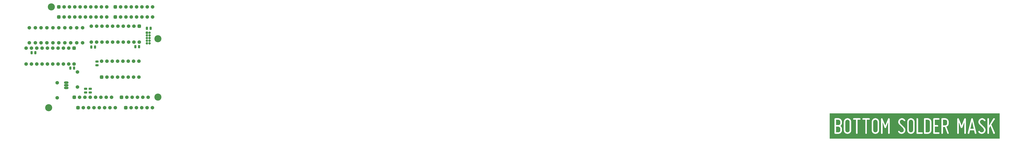
<source format=gbs>
G04*
G04 #@! TF.GenerationSoftware,Altium Limited,Altium Designer,20.0.7 (75)*
G04*
G04 Layer_Color=16711935*
%FSLAX25Y25*%
%MOIN*%
G70*
G01*
G75*
%ADD16O,0.08674X0.04737*%
%ADD17O,0.08674X0.04737*%
%ADD18C,0.06706*%
G04:AMPARAMS|DCode=19|XSize=67.06mil|YSize=67.06mil|CornerRadius=18.76mil|HoleSize=0mil|Usage=FLASHONLY|Rotation=0.000|XOffset=0mil|YOffset=0mil|HoleType=Round|Shape=RoundedRectangle|*
%AMROUNDEDRECTD19*
21,1,0.06706,0.02953,0,0,0.0*
21,1,0.02953,0.06706,0,0,0.0*
1,1,0.03753,0.01476,-0.01476*
1,1,0.03753,-0.01476,-0.01476*
1,1,0.03753,-0.01476,0.01476*
1,1,0.03753,0.01476,0.01476*
%
%ADD19ROUNDEDRECTD19*%
%ADD20C,0.04540*%
G04:AMPARAMS|DCode=21|XSize=45.4mil|YSize=45.4mil|CornerRadius=13.35mil|HoleSize=0mil|Usage=FLASHONLY|Rotation=270.000|XOffset=0mil|YOffset=0mil|HoleType=Round|Shape=RoundedRectangle|*
%AMROUNDEDRECTD21*
21,1,0.04540,0.01870,0,0,270.0*
21,1,0.01870,0.04540,0,0,270.0*
1,1,0.02670,-0.00935,-0.00935*
1,1,0.02670,-0.00935,0.00935*
1,1,0.02670,0.00935,0.00935*
1,1,0.02670,0.00935,-0.00935*
%
%ADD21ROUNDEDRECTD21*%
G04:AMPARAMS|DCode=22|XSize=67.06mil|YSize=67.06mil|CornerRadius=18.76mil|HoleSize=0mil|Usage=FLASHONLY|Rotation=90.000|XOffset=0mil|YOffset=0mil|HoleType=Round|Shape=RoundedRectangle|*
%AMROUNDEDRECTD22*
21,1,0.06706,0.02953,0,0,90.0*
21,1,0.02953,0.06706,0,0,90.0*
1,1,0.03753,0.01476,0.01476*
1,1,0.03753,0.01476,-0.01476*
1,1,0.03753,-0.01476,-0.01476*
1,1,0.03753,-0.01476,0.01476*
%
%ADD22ROUNDEDRECTD22*%
%ADD23C,0.13300*%
G04:AMPARAMS|DCode=40|XSize=38mil|YSize=58mil|CornerRadius=8.5mil|HoleSize=0mil|Usage=FLASHONLY|Rotation=0.000|XOffset=0mil|YOffset=0mil|HoleType=Round|Shape=RoundedRectangle|*
%AMROUNDEDRECTD40*
21,1,0.03800,0.04100,0,0,0.0*
21,1,0.02100,0.05800,0,0,0.0*
1,1,0.01700,0.01050,-0.02050*
1,1,0.01700,-0.01050,-0.02050*
1,1,0.01700,-0.01050,0.02050*
1,1,0.01700,0.01050,0.02050*
%
%ADD40ROUNDEDRECTD40*%
G04:AMPARAMS|DCode=41|XSize=38mil|YSize=58mil|CornerRadius=8.5mil|HoleSize=0mil|Usage=FLASHONLY|Rotation=270.000|XOffset=0mil|YOffset=0mil|HoleType=Round|Shape=RoundedRectangle|*
%AMROUNDEDRECTD41*
21,1,0.03800,0.04100,0,0,270.0*
21,1,0.02100,0.05800,0,0,270.0*
1,1,0.01700,-0.02050,-0.01050*
1,1,0.01700,-0.02050,0.01050*
1,1,0.01700,0.02050,0.01050*
1,1,0.01700,0.02050,-0.01050*
%
%ADD41ROUNDEDRECTD41*%
G36*
X2074150Y137100D02*
X1755300D01*
Y184675D01*
X2074150D01*
Y137100D01*
D02*
G37*
%LPC*%
G36*
X2041525Y175675D02*
X2041250D01*
X2040700Y175650D01*
X2040450Y175625D01*
X2040225Y175600D01*
X2040025Y175550D01*
X2039875Y175525D01*
X2039775Y175500D01*
X2039750D01*
X2039200Y175350D01*
X2038700Y175150D01*
X2038250Y174950D01*
X2037850Y174725D01*
X2037525Y174525D01*
X2037275Y174375D01*
X2037200Y174325D01*
X2037125Y174275D01*
X2037100Y174225D01*
X2037075D01*
X2036650Y173875D01*
X2036275Y173500D01*
X2035950Y173125D01*
X2035675Y172775D01*
X2035450Y172450D01*
X2035275Y172225D01*
X2035225Y172125D01*
X2035175Y172050D01*
X2035150Y172025D01*
Y172000D01*
X2034900Y171500D01*
X2034700Y171000D01*
X2034550Y170525D01*
X2034450Y170100D01*
X2034400Y169725D01*
X2034375Y169575D01*
X2034350Y169425D01*
Y169325D01*
X2034325Y169250D01*
Y169200D01*
Y169175D01*
X2034300Y168625D01*
X2034325Y168075D01*
X2034400Y167575D01*
X2034475Y167100D01*
X2034575Y166725D01*
X2034625Y166550D01*
X2034675Y166425D01*
X2034700Y166300D01*
X2034725Y166225D01*
X2034750Y166175D01*
Y166150D01*
X2034950Y165675D01*
X2035225Y165225D01*
X2035525Y164800D01*
X2035825Y164425D01*
X2036100Y164125D01*
X2036325Y163875D01*
X2036425Y163800D01*
X2036500Y163725D01*
X2036525Y163700D01*
X2036550Y163675D01*
X2043575Y156325D01*
X2043800Y156050D01*
X2044000Y155775D01*
X2044150Y155525D01*
X2044300Y155275D01*
X2044400Y155075D01*
X2044475Y154900D01*
X2044525Y154800D01*
X2044550Y154750D01*
X2044650Y154425D01*
X2044725Y154125D01*
X2044775Y153825D01*
X2044800Y153550D01*
Y153325D01*
Y153150D01*
X2044775Y153050D01*
Y153000D01*
X2044725Y152650D01*
X2044650Y152300D01*
X2044450Y151700D01*
X2044175Y151150D01*
X2043875Y150700D01*
X2043600Y150350D01*
X2043450Y150200D01*
X2043350Y150100D01*
X2043250Y150000D01*
X2043175Y149925D01*
X2043125Y149900D01*
X2043100Y149875D01*
X2042650Y149600D01*
X2042200Y149375D01*
X2041775Y149225D01*
X2041400Y149125D01*
X2041075Y149075D01*
X2040800Y149050D01*
X2040700Y149025D01*
X2040575D01*
X2040275Y149050D01*
X2039975Y149075D01*
X2039850Y149100D01*
X2039750D01*
X2039675Y149125D01*
X2039650D01*
X2039325Y149200D01*
X2039025Y149300D01*
X2038750Y149425D01*
X2038500Y149525D01*
X2038300Y149650D01*
X2038125Y149750D01*
X2038025Y149800D01*
X2038000Y149825D01*
X2037750Y150025D01*
X2037550Y150225D01*
X2037375Y150425D01*
X2037200Y150625D01*
X2037100Y150775D01*
X2037000Y150900D01*
X2036950Y151000D01*
X2036925Y151025D01*
X2036750Y151275D01*
X2036600Y151450D01*
X2036475Y151550D01*
X2036450Y151575D01*
X2036425D01*
X2036300Y151650D01*
X2036175Y151700D01*
X2035875Y151825D01*
X2035750Y151850D01*
X2035625Y151875D01*
X2035550Y151900D01*
X2035525D01*
X2035250Y151850D01*
X2035025Y151775D01*
X2034850Y151700D01*
X2034825Y151650D01*
X2034800D01*
X2034650Y151550D01*
X2034500Y151425D01*
X2034400Y151300D01*
X2034325Y151175D01*
X2034275Y151075D01*
X2034225Y151000D01*
X2034200Y150950D01*
Y150925D01*
X2034150Y150675D01*
X2034125Y150425D01*
X2034150Y150225D01*
Y150075D01*
X2034200Y149925D01*
X2034225Y149825D01*
X2034250Y149775D01*
Y149750D01*
X2034575Y149250D01*
X2034900Y148800D01*
X2035250Y148425D01*
X2035550Y148100D01*
X2035825Y147825D01*
X2036050Y147625D01*
X2036200Y147525D01*
X2036225Y147475D01*
X2036250D01*
X2036750Y147175D01*
X2037250Y146900D01*
X2037700Y146700D01*
X2038125Y146525D01*
X2038475Y146400D01*
X2038750Y146325D01*
X2038850Y146275D01*
X2038925D01*
X2038975Y146250D01*
X2039000D01*
X2039575Y146175D01*
X2039825Y146125D01*
X2040050D01*
X2040225Y146100D01*
X2040500D01*
X2041075Y146125D01*
X2041350Y146150D01*
X2041575Y146175D01*
X2041775Y146200D01*
X2041925Y146225D01*
X2042025Y146250D01*
X2042050D01*
X2042650Y146425D01*
X2043175Y146625D01*
X2043650Y146850D01*
X2044075Y147075D01*
X2044400Y147250D01*
X2044675Y147425D01*
X2044750Y147500D01*
X2044825Y147525D01*
X2044850Y147575D01*
X2044875D01*
X2045300Y147950D01*
X2045700Y148325D01*
X2046050Y148700D01*
X2046325Y149050D01*
X2046550Y149375D01*
X2046725Y149625D01*
X2046775Y149725D01*
X2046825Y149800D01*
X2046850Y149825D01*
Y149850D01*
X2047100Y150350D01*
X2047300Y150875D01*
X2047450Y151350D01*
X2047575Y151775D01*
X2047650Y152150D01*
X2047675Y152300D01*
X2047700Y152450D01*
Y152550D01*
X2047725Y152625D01*
Y153300D01*
X2047700Y153875D01*
X2047625Y154375D01*
X2047550Y154825D01*
X2047450Y155225D01*
X2047425Y155375D01*
X2047375Y155500D01*
X2047350Y155600D01*
X2047325Y155675D01*
X2047300Y155725D01*
Y155750D01*
X2047075Y156275D01*
X2046825Y156750D01*
X2046575Y157175D01*
X2046300Y157550D01*
X2046075Y157850D01*
X2045875Y158075D01*
X2045750Y158225D01*
X2045725Y158275D01*
X2045700D01*
X2038400Y165850D01*
X2038175Y166100D01*
X2038000Y166375D01*
X2037825Y166650D01*
X2037700Y166925D01*
X2037500Y167425D01*
X2037350Y167925D01*
X2037275Y168325D01*
Y168500D01*
X2037250Y168650D01*
Y168775D01*
Y168875D01*
Y168925D01*
Y168950D01*
X2037300Y169300D01*
X2037350Y169625D01*
X2037550Y170200D01*
X2037825Y170700D01*
X2038100Y171125D01*
X2038375Y171450D01*
X2038600Y171675D01*
X2038700Y171775D01*
X2038775Y171825D01*
X2038800Y171875D01*
X2038825D01*
X2039250Y172150D01*
X2039675Y172350D01*
X2040075Y172500D01*
X2040425Y172600D01*
X2040750Y172650D01*
X2041000Y172700D01*
X2041500D01*
X2041800Y172675D01*
X2041925Y172650D01*
X2042025D01*
X2042100Y172625D01*
X2042125D01*
X2042450Y172550D01*
X2042725Y172450D01*
X2043275Y172175D01*
X2043725Y171875D01*
X2044075Y171550D01*
X2044375Y171250D01*
X2044575Y171000D01*
X2044650Y170925D01*
X2044700Y170850D01*
X2044750Y170800D01*
Y170775D01*
X2044875Y170575D01*
X2045025Y170400D01*
X2045175Y170250D01*
X2045325Y170150D01*
X2045475Y170075D01*
X2045575Y170025D01*
X2045650Y169975D01*
X2045675D01*
X2045825Y169950D01*
X2046075D01*
X2046325Y169975D01*
X2046525Y170025D01*
X2046650Y170050D01*
X2046700Y170075D01*
X2046925Y170225D01*
X2047100Y170400D01*
X2047225Y170550D01*
X2047325Y170725D01*
X2047400Y170850D01*
X2047450Y170950D01*
X2047475Y171025D01*
Y171050D01*
X2047500Y171275D01*
X2047525Y171475D01*
X2047500Y171650D01*
X2047475Y171800D01*
X2047450Y171900D01*
X2047400Y172000D01*
X2047375Y172050D01*
Y172075D01*
X2047050Y172550D01*
X2046750Y172975D01*
X2046425Y173300D01*
X2046150Y173575D01*
X2045900Y173750D01*
X2045725Y173900D01*
X2045600Y173975D01*
X2045550Y174000D01*
X2045025Y174400D01*
X2044525Y174725D01*
X2044050Y174975D01*
X2043625Y175175D01*
X2043275Y175325D01*
X2043000Y175400D01*
X2042900Y175450D01*
X2042825D01*
X2042775Y175475D01*
X2042750D01*
X2042175Y175600D01*
X2041925Y175625D01*
X2041700Y175650D01*
X2041525Y175675D01*
D02*
G37*
G36*
X1891050D02*
X1890775D01*
X1890225Y175650D01*
X1889975Y175625D01*
X1889750Y175600D01*
X1889550Y175550D01*
X1889400Y175525D01*
X1889300Y175500D01*
X1889275D01*
X1888725Y175350D01*
X1888225Y175150D01*
X1887775Y174950D01*
X1887375Y174725D01*
X1887050Y174525D01*
X1886800Y174375D01*
X1886725Y174325D01*
X1886650Y174275D01*
X1886625Y174225D01*
X1886600D01*
X1886175Y173875D01*
X1885800Y173500D01*
X1885475Y173125D01*
X1885200Y172775D01*
X1884975Y172450D01*
X1884800Y172225D01*
X1884750Y172125D01*
X1884700Y172050D01*
X1884675Y172025D01*
Y172000D01*
X1884425Y171500D01*
X1884225Y171000D01*
X1884075Y170525D01*
X1883975Y170100D01*
X1883925Y169725D01*
X1883900Y169575D01*
X1883875Y169425D01*
Y169325D01*
X1883850Y169250D01*
Y169200D01*
Y169175D01*
X1883825Y168625D01*
X1883850Y168075D01*
X1883925Y167575D01*
X1884000Y167100D01*
X1884100Y166725D01*
X1884150Y166550D01*
X1884200Y166425D01*
X1884225Y166300D01*
X1884250Y166225D01*
X1884275Y166175D01*
Y166150D01*
X1884475Y165675D01*
X1884750Y165225D01*
X1885050Y164800D01*
X1885350Y164425D01*
X1885625Y164125D01*
X1885850Y163875D01*
X1885950Y163800D01*
X1886025Y163725D01*
X1886050Y163700D01*
X1886075Y163675D01*
X1893100Y156325D01*
X1893325Y156050D01*
X1893525Y155775D01*
X1893675Y155525D01*
X1893825Y155275D01*
X1893925Y155075D01*
X1894000Y154900D01*
X1894050Y154800D01*
X1894075Y154750D01*
X1894175Y154425D01*
X1894250Y154125D01*
X1894300Y153825D01*
X1894325Y153550D01*
Y153325D01*
Y153150D01*
X1894300Y153050D01*
Y153000D01*
X1894250Y152650D01*
X1894175Y152300D01*
X1893975Y151700D01*
X1893700Y151150D01*
X1893400Y150700D01*
X1893125Y150350D01*
X1892975Y150200D01*
X1892875Y150100D01*
X1892775Y150000D01*
X1892700Y149925D01*
X1892650Y149900D01*
X1892625Y149875D01*
X1892175Y149600D01*
X1891725Y149375D01*
X1891300Y149225D01*
X1890925Y149125D01*
X1890600Y149075D01*
X1890325Y149050D01*
X1890225Y149025D01*
X1890100D01*
X1889800Y149050D01*
X1889500Y149075D01*
X1889375Y149100D01*
X1889275D01*
X1889200Y149125D01*
X1889175D01*
X1888850Y149200D01*
X1888550Y149300D01*
X1888275Y149425D01*
X1888025Y149525D01*
X1887825Y149650D01*
X1887650Y149750D01*
X1887550Y149800D01*
X1887525Y149825D01*
X1887275Y150025D01*
X1887075Y150225D01*
X1886900Y150425D01*
X1886725Y150625D01*
X1886625Y150775D01*
X1886525Y150900D01*
X1886475Y151000D01*
X1886450Y151025D01*
X1886275Y151275D01*
X1886125Y151450D01*
X1886000Y151550D01*
X1885975Y151575D01*
X1885950D01*
X1885825Y151650D01*
X1885700Y151700D01*
X1885400Y151825D01*
X1885275Y151850D01*
X1885150Y151875D01*
X1885075Y151900D01*
X1885050D01*
X1884775Y151850D01*
X1884550Y151775D01*
X1884375Y151700D01*
X1884350Y151650D01*
X1884325D01*
X1884175Y151550D01*
X1884025Y151425D01*
X1883925Y151300D01*
X1883850Y151175D01*
X1883800Y151075D01*
X1883750Y151000D01*
X1883725Y150950D01*
Y150925D01*
X1883675Y150675D01*
X1883650Y150425D01*
X1883675Y150225D01*
Y150075D01*
X1883725Y149925D01*
X1883750Y149825D01*
X1883775Y149775D01*
Y149750D01*
X1884100Y149250D01*
X1884425Y148800D01*
X1884775Y148425D01*
X1885075Y148100D01*
X1885350Y147825D01*
X1885575Y147625D01*
X1885725Y147525D01*
X1885750Y147475D01*
X1885775D01*
X1886275Y147175D01*
X1886775Y146900D01*
X1887225Y146700D01*
X1887650Y146525D01*
X1888000Y146400D01*
X1888275Y146325D01*
X1888375Y146275D01*
X1888450D01*
X1888500Y146250D01*
X1888525D01*
X1889100Y146175D01*
X1889350Y146125D01*
X1889575D01*
X1889750Y146100D01*
X1890025D01*
X1890600Y146125D01*
X1890875Y146150D01*
X1891100Y146175D01*
X1891300Y146200D01*
X1891450Y146225D01*
X1891550Y146250D01*
X1891575D01*
X1892175Y146425D01*
X1892700Y146625D01*
X1893175Y146850D01*
X1893600Y147075D01*
X1893925Y147250D01*
X1894200Y147425D01*
X1894275Y147500D01*
X1894350Y147525D01*
X1894375Y147575D01*
X1894400D01*
X1894825Y147950D01*
X1895225Y148325D01*
X1895575Y148700D01*
X1895850Y149050D01*
X1896075Y149375D01*
X1896250Y149625D01*
X1896300Y149725D01*
X1896350Y149800D01*
X1896375Y149825D01*
Y149850D01*
X1896625Y150350D01*
X1896825Y150875D01*
X1896975Y151350D01*
X1897100Y151775D01*
X1897175Y152150D01*
X1897200Y152300D01*
X1897225Y152450D01*
Y152550D01*
X1897250Y152625D01*
Y153300D01*
X1897225Y153875D01*
X1897150Y154375D01*
X1897075Y154825D01*
X1896975Y155225D01*
X1896950Y155375D01*
X1896900Y155500D01*
X1896875Y155600D01*
X1896850Y155675D01*
X1896825Y155725D01*
Y155750D01*
X1896600Y156275D01*
X1896350Y156750D01*
X1896100Y157175D01*
X1895825Y157550D01*
X1895600Y157850D01*
X1895400Y158075D01*
X1895275Y158225D01*
X1895250Y158275D01*
X1895225D01*
X1887925Y165850D01*
X1887700Y166100D01*
X1887525Y166375D01*
X1887350Y166650D01*
X1887225Y166925D01*
X1887025Y167425D01*
X1886875Y167925D01*
X1886800Y168325D01*
Y168500D01*
X1886775Y168650D01*
Y168775D01*
Y168875D01*
Y168925D01*
Y168950D01*
X1886825Y169300D01*
X1886875Y169625D01*
X1887075Y170200D01*
X1887350Y170700D01*
X1887625Y171125D01*
X1887900Y171450D01*
X1888125Y171675D01*
X1888225Y171775D01*
X1888300Y171825D01*
X1888325Y171875D01*
X1888350D01*
X1888775Y172150D01*
X1889200Y172350D01*
X1889600Y172500D01*
X1889950Y172600D01*
X1890275Y172650D01*
X1890525Y172700D01*
X1891025D01*
X1891325Y172675D01*
X1891450Y172650D01*
X1891550D01*
X1891625Y172625D01*
X1891650D01*
X1891975Y172550D01*
X1892250Y172450D01*
X1892800Y172175D01*
X1893250Y171875D01*
X1893600Y171550D01*
X1893900Y171250D01*
X1894100Y171000D01*
X1894175Y170925D01*
X1894225Y170850D01*
X1894275Y170800D01*
Y170775D01*
X1894400Y170575D01*
X1894550Y170400D01*
X1894700Y170250D01*
X1894850Y170150D01*
X1895000Y170075D01*
X1895100Y170025D01*
X1895175Y169975D01*
X1895200D01*
X1895350Y169950D01*
X1895600D01*
X1895850Y169975D01*
X1896050Y170025D01*
X1896175Y170050D01*
X1896225Y170075D01*
X1896450Y170225D01*
X1896625Y170400D01*
X1896750Y170550D01*
X1896850Y170725D01*
X1896925Y170850D01*
X1896975Y170950D01*
X1897000Y171025D01*
Y171050D01*
X1897025Y171275D01*
X1897050Y171475D01*
X1897025Y171650D01*
X1897000Y171800D01*
X1896975Y171900D01*
X1896925Y172000D01*
X1896900Y172050D01*
Y172075D01*
X1896575Y172550D01*
X1896275Y172975D01*
X1895950Y173300D01*
X1895675Y173575D01*
X1895425Y173750D01*
X1895250Y173900D01*
X1895125Y173975D01*
X1895075Y174000D01*
X1894550Y174400D01*
X1894050Y174725D01*
X1893575Y174975D01*
X1893150Y175175D01*
X1892800Y175325D01*
X1892525Y175400D01*
X1892425Y175450D01*
X1892350D01*
X1892300Y175475D01*
X1892275D01*
X1891700Y175600D01*
X1891450Y175625D01*
X1891225Y175650D01*
X1891050Y175675D01*
D02*
G37*
G36*
X2009550Y175600D02*
X2009375D01*
X2009150Y175575D01*
X2008975Y175550D01*
X2008875Y175525D01*
X2008850Y175500D01*
X2008500D01*
Y175300D01*
X2008475Y175275D01*
X2008400Y175225D01*
X2008350Y175175D01*
X2008325Y175150D01*
X2008175Y175000D01*
X2008075Y174850D01*
X2008000Y174725D01*
X2007975Y174700D01*
Y174675D01*
X2002700Y161575D01*
X1997375Y174775D01*
X1997200Y175050D01*
X1996975Y175250D01*
X1996750Y175400D01*
X1996525Y175500D01*
X1996325Y175550D01*
X1996175Y175600D01*
X1996025D01*
X1995825Y175575D01*
X1995675Y175550D01*
X1995575Y175525D01*
X1995550Y175500D01*
X1995500D01*
X1995200Y175325D01*
X1994975Y175125D01*
X1994825Y174900D01*
X1994700Y174675D01*
X1994650Y174475D01*
X1994600Y174325D01*
X1994575Y174225D01*
Y147550D01*
X1994600Y147325D01*
X1994650Y147150D01*
X1994700Y146975D01*
X1994800Y146825D01*
X1994875Y146700D01*
X1994925Y146600D01*
X1994975Y146550D01*
X1995000Y146525D01*
X1995175Y146375D01*
X1995350Y146275D01*
X1995500Y146200D01*
X1995675Y146150D01*
X1995825Y146125D01*
X1995925Y146100D01*
X1996025D01*
X1996250Y146125D01*
X1996450Y146175D01*
X1996625Y146225D01*
X1996775Y146325D01*
X1996900Y146400D01*
X1997000Y146450D01*
X1997050Y146500D01*
X1997075Y146525D01*
X1997225Y146700D01*
X1997325Y146875D01*
X1997425Y147025D01*
X1997475Y147200D01*
X1997500Y147350D01*
X1997525Y147450D01*
Y147525D01*
Y147550D01*
Y168575D01*
X2001350Y157850D01*
X2001450Y157675D01*
X2001575Y157525D01*
X2001825Y157300D01*
X2001950Y157225D01*
X2002050Y157175D01*
X2002100Y157125D01*
X2002125D01*
X2002325Y157050D01*
X2002500Y157025D01*
X2002650Y157000D01*
X2002700D01*
X2003025Y157025D01*
X2003300Y157125D01*
X2003525Y157250D01*
X2003700Y157400D01*
X2003850Y157550D01*
X2003950Y157675D01*
X2004000Y157775D01*
X2004025Y157800D01*
X2007875Y168550D01*
Y147550D01*
X2007900Y147325D01*
X2007950Y147150D01*
X2008000Y146975D01*
X2008100Y146825D01*
X2008175Y146700D01*
X2008225Y146600D01*
X2008275Y146550D01*
X2008300Y146525D01*
X2008475Y146375D01*
X2008650Y146275D01*
X2008825Y146200D01*
X2009000Y146150D01*
X2009150Y146125D01*
X2009275Y146100D01*
X2009375D01*
X2009575Y146125D01*
X2009775Y146175D01*
X2009950Y146225D01*
X2010100Y146325D01*
X2010200Y146400D01*
X2010300Y146450D01*
X2010350Y146500D01*
X2010375Y146525D01*
X2010525Y146700D01*
X2010625Y146875D01*
X2010725Y147025D01*
X2010775Y147200D01*
X2010800Y147350D01*
X2010825Y147450D01*
Y174125D01*
X2010775Y174450D01*
X2010675Y174725D01*
X2010525Y174975D01*
X2010350Y175150D01*
X2010175Y175300D01*
X2010025Y175425D01*
X2009925Y175475D01*
X2009875Y175500D01*
X2009825D01*
X2009700Y175550D01*
X2009550Y175600D01*
D02*
G37*
G36*
X1866450D02*
X1866275D01*
X1866050Y175575D01*
X1865875Y175550D01*
X1865775Y175525D01*
X1865750Y175500D01*
X1865400D01*
Y175300D01*
X1865375Y175275D01*
X1865300Y175225D01*
X1865250Y175175D01*
X1865225Y175150D01*
X1865075Y175000D01*
X1864975Y174850D01*
X1864900Y174725D01*
X1864875Y174700D01*
Y174675D01*
X1859600Y161575D01*
X1854275Y174775D01*
X1854100Y175050D01*
X1853875Y175250D01*
X1853650Y175400D01*
X1853425Y175500D01*
X1853225Y175550D01*
X1853075Y175600D01*
X1852925D01*
X1852725Y175575D01*
X1852575Y175550D01*
X1852475Y175525D01*
X1852450Y175500D01*
X1852400D01*
X1852100Y175325D01*
X1851875Y175125D01*
X1851725Y174900D01*
X1851600Y174675D01*
X1851550Y174475D01*
X1851500Y174325D01*
X1851475Y174225D01*
Y147550D01*
X1851500Y147325D01*
X1851550Y147150D01*
X1851600Y146975D01*
X1851700Y146825D01*
X1851775Y146700D01*
X1851825Y146600D01*
X1851875Y146550D01*
X1851900Y146525D01*
X1852075Y146375D01*
X1852250Y146275D01*
X1852400Y146200D01*
X1852575Y146150D01*
X1852725Y146125D01*
X1852825Y146100D01*
X1852925D01*
X1853150Y146125D01*
X1853350Y146175D01*
X1853525Y146225D01*
X1853675Y146325D01*
X1853800Y146400D01*
X1853900Y146450D01*
X1853950Y146500D01*
X1853975Y146525D01*
X1854125Y146700D01*
X1854225Y146875D01*
X1854325Y147025D01*
X1854375Y147200D01*
X1854400Y147350D01*
X1854425Y147450D01*
Y147525D01*
Y147550D01*
Y168575D01*
X1858250Y157850D01*
X1858350Y157675D01*
X1858475Y157525D01*
X1858725Y157300D01*
X1858850Y157225D01*
X1858950Y157175D01*
X1859000Y157125D01*
X1859025D01*
X1859225Y157050D01*
X1859400Y157025D01*
X1859550Y157000D01*
X1859600D01*
X1859925Y157025D01*
X1860200Y157125D01*
X1860425Y157250D01*
X1860600Y157400D01*
X1860750Y157550D01*
X1860850Y157675D01*
X1860900Y157775D01*
X1860925Y157800D01*
X1864775Y168550D01*
Y147550D01*
X1864800Y147325D01*
X1864850Y147150D01*
X1864900Y146975D01*
X1865000Y146825D01*
X1865075Y146700D01*
X1865125Y146600D01*
X1865175Y146550D01*
X1865200Y146525D01*
X1865375Y146375D01*
X1865550Y146275D01*
X1865725Y146200D01*
X1865900Y146150D01*
X1866050Y146125D01*
X1866175Y146100D01*
X1866275D01*
X1866475Y146125D01*
X1866675Y146175D01*
X1866850Y146225D01*
X1867000Y146325D01*
X1867100Y146400D01*
X1867200Y146450D01*
X1867250Y146500D01*
X1867275Y146525D01*
X1867425Y146700D01*
X1867525Y146875D01*
X1867625Y147025D01*
X1867675Y147200D01*
X1867700Y147350D01*
X1867725Y147450D01*
Y174125D01*
X1867675Y174450D01*
X1867575Y174725D01*
X1867425Y174975D01*
X1867250Y175150D01*
X1867075Y175300D01*
X1866925Y175425D01*
X1866825Y175475D01*
X1866775Y175500D01*
X1866725D01*
X1866600Y175550D01*
X1866450Y175600D01*
D02*
G37*
G36*
X2063825Y175625D02*
X2063400D01*
X2063350Y175600D01*
X2063325D01*
X2063225Y175575D01*
X2063150Y175550D01*
X2063075Y175525D01*
X2063050Y175500D01*
X2062925Y175450D01*
X2062825Y175400D01*
X2062775Y175375D01*
X2062750Y175350D01*
X2062700Y175300D01*
X2062625Y175250D01*
X2062575Y175200D01*
X2062550Y175175D01*
X2062400Y175000D01*
X2062375Y174925D01*
X2062350Y174900D01*
X2054175Y161350D01*
Y174150D01*
Y174250D01*
Y174350D01*
Y174425D01*
Y174450D01*
X2054125Y174550D01*
X2054075Y174650D01*
X2054050Y174700D01*
Y174725D01*
X2054000Y174850D01*
X2053975Y174900D01*
X2053925Y175000D01*
X2053850Y175100D01*
X2053800Y175150D01*
X2053775Y175175D01*
X2053700Y175250D01*
X2053625Y175300D01*
X2053600Y175350D01*
X2053575D01*
X2053375Y175475D01*
X2053300Y175500D01*
X2053275D01*
X2053175Y175550D01*
X2053075Y175600D01*
X2053000D01*
X2052900Y175625D01*
X2052500D01*
X2052450Y175600D01*
X2052425D01*
X2052300Y175575D01*
X2052175Y175550D01*
X2052100Y175525D01*
X2052075Y175500D01*
X2051975Y175450D01*
X2051900Y175400D01*
X2051875Y175375D01*
X2051850Y175350D01*
X2051725Y175300D01*
X2051650Y175225D01*
X2051600Y175150D01*
X2051575Y175125D01*
X2051550Y175100D01*
X2051500Y175025D01*
X2051450Y174975D01*
X2051425Y174950D01*
X2051325Y174800D01*
X2051300Y174750D01*
Y174725D01*
X2051250Y174575D01*
X2051225Y174500D01*
Y174450D01*
Y174425D01*
X2051200Y174250D01*
Y147475D01*
X2051225Y147375D01*
Y147325D01*
Y147300D01*
X2051250Y147175D01*
X2051275Y147075D01*
X2051300Y147000D01*
Y146975D01*
X2051350Y146875D01*
X2051400Y146825D01*
X2051450Y146775D01*
X2051500Y146650D01*
X2051550Y146575D01*
X2051600Y146525D01*
X2051625D01*
X2051675Y146475D01*
X2051775Y146400D01*
X2051850Y146325D01*
X2051900Y146300D01*
X2052025Y146225D01*
X2052075Y146200D01*
X2052200Y146150D01*
X2052300Y146125D01*
X2052400D01*
X2052575Y146100D01*
X2052825D01*
X2052925Y146125D01*
X2053000D01*
X2053100Y146150D01*
X2053175Y146175D01*
X2053250Y146200D01*
X2053275D01*
X2053450Y146275D01*
X2053525Y146325D01*
X2053550D01*
X2053700Y146475D01*
X2053750Y146500D01*
X2053775Y146525D01*
X2053850Y146625D01*
X2053925Y146725D01*
X2053950Y146800D01*
X2053975Y146825D01*
X2054025Y146925D01*
X2054050Y146975D01*
X2054100Y147075D01*
X2054125Y147200D01*
X2054175Y147275D01*
Y147325D01*
Y147500D01*
Y147550D01*
Y147575D01*
Y156850D01*
X2056700Y161200D01*
X2062250Y147000D01*
X2062450Y146700D01*
X2062675Y146475D01*
X2062900Y146325D01*
X2063125Y146225D01*
X2063325Y146150D01*
X2063500Y146125D01*
X2063600Y146100D01*
X2063650D01*
X2063875Y146125D01*
X2064050Y146150D01*
X2064150Y146175D01*
X2064200Y146200D01*
X2064400Y146300D01*
X2064575Y146425D01*
X2064725Y146550D01*
X2064850Y146700D01*
X2064925Y146825D01*
X2064975Y146925D01*
X2065025Y147000D01*
Y147025D01*
X2065075Y147225D01*
X2065100Y147425D01*
X2065125Y147625D01*
X2065100Y147800D01*
X2065075Y147950D01*
X2065050Y148050D01*
X2065025Y148125D01*
Y148150D01*
X2058675Y163800D01*
X2064925Y173350D01*
X2064975Y173500D01*
X2065000Y173525D01*
Y173550D01*
X2065050Y173650D01*
X2065100Y173775D01*
X2065125Y173850D01*
X2065150Y173900D01*
Y174300D01*
X2065125Y174375D01*
X2065100Y174425D01*
Y174450D01*
X2065075Y174550D01*
X2065050Y174650D01*
X2065025Y174725D01*
X2065000Y174750D01*
X2064950Y174875D01*
X2064925Y174925D01*
X2064900Y174950D01*
X2064825Y175050D01*
X2064750Y175125D01*
X2064700Y175150D01*
X2064675Y175175D01*
X2064550Y175325D01*
X2064500Y175350D01*
X2064475Y175375D01*
X2064375Y175450D01*
X2064275Y175475D01*
X2064225Y175500D01*
X2064200D01*
X2064075Y175550D01*
X2063975Y175600D01*
X2063900D01*
X2063825Y175625D01*
D02*
G37*
G36*
X2022725Y175600D02*
X2022100D01*
X2021775Y175475D01*
X2021525Y175325D01*
X2021325Y175125D01*
X2021175Y174925D01*
X2021075Y174750D01*
X2021000Y174600D01*
X2020950Y174500D01*
Y174450D01*
X2014325Y147850D01*
X2014300Y147650D01*
Y147450D01*
X2014325Y147275D01*
X2014375Y147125D01*
X2014400Y147000D01*
X2014450Y146900D01*
X2014500Y146825D01*
Y146800D01*
X2014625Y146625D01*
X2014775Y146475D01*
X2014925Y146375D01*
X2015075Y146275D01*
X2015200Y146200D01*
X2015325Y146150D01*
X2015400Y146125D01*
X2015425D01*
X2015525Y146100D01*
X2015725D01*
X2016100Y146150D01*
X2016400Y146275D01*
X2016650Y146425D01*
X2016825Y146625D01*
X2016975Y146825D01*
X2017075Y146975D01*
X2017125Y147100D01*
X2017150Y147150D01*
X2018575Y152750D01*
X2026225D01*
X2027625Y147200D01*
X2027675Y147025D01*
X2027750Y146875D01*
X2027925Y146625D01*
X2028025Y146525D01*
X2028075Y146450D01*
X2028125Y146425D01*
X2028150Y146400D01*
X2028300Y146300D01*
X2028475Y146225D01*
X2028775Y146150D01*
X2028900Y146125D01*
X2029000Y146100D01*
X2029225D01*
X2029350Y146125D01*
X2029425Y146150D01*
X2029450D01*
X2029650Y146225D01*
X2029825Y146325D01*
X2029950Y146425D01*
X2030075Y146525D01*
X2030175Y146625D01*
X2030250Y146725D01*
X2030275Y146775D01*
X2030300Y146800D01*
X2030400Y146975D01*
X2030475Y147150D01*
X2030500Y147325D01*
X2030525Y147450D01*
Y147650D01*
X2030500Y147700D01*
Y147725D01*
X2023850Y174450D01*
X2023725Y174750D01*
X2023550Y175000D01*
X2023375Y175200D01*
X2023175Y175375D01*
X2022975Y175475D01*
X2022825Y175550D01*
X2022725Y175600D01*
D02*
G37*
G36*
X1971850Y175625D02*
X1966200D01*
X1965975Y175600D01*
X1965775Y175550D01*
X1965575Y175475D01*
X1965425Y175400D01*
X1965300Y175325D01*
X1965225Y175250D01*
X1965175Y175200D01*
X1965150Y175175D01*
X1965025Y175000D01*
X1964925Y174850D01*
X1964850Y174675D01*
X1964800Y174525D01*
X1964775Y174400D01*
X1964750Y174300D01*
Y147575D01*
X1964775Y147350D01*
X1964825Y147150D01*
X1964875Y146975D01*
X1964975Y146825D01*
X1965050Y146700D01*
X1965100Y146600D01*
X1965150Y146550D01*
X1965175Y146525D01*
X1965350Y146375D01*
X1965525Y146275D01*
X1965675Y146200D01*
X1965850Y146150D01*
X1966000Y146125D01*
X1966100Y146100D01*
X1966200D01*
X1966425Y146125D01*
X1966625Y146175D01*
X1966800Y146225D01*
X1966950Y146325D01*
X1967075Y146400D01*
X1967175Y146450D01*
X1967225Y146500D01*
X1967250Y146525D01*
X1967400Y146700D01*
X1967500Y146875D01*
X1967600Y147050D01*
X1967650Y147200D01*
X1967675Y147350D01*
X1967700Y147475D01*
Y147550D01*
Y147575D01*
Y159150D01*
X1971450D01*
X1975850Y147075D01*
X1976050Y146750D01*
X1976250Y146500D01*
X1976475Y146350D01*
X1976700Y146225D01*
X1976900Y146150D01*
X1977075Y146125D01*
X1977175Y146100D01*
X1977225D01*
X1977450Y146125D01*
X1977600Y146150D01*
X1977725Y146175D01*
X1977750Y146200D01*
X1977950Y146275D01*
X1978125Y146400D01*
X1978250Y146500D01*
X1978375Y146625D01*
X1978450Y146750D01*
X1978500Y146825D01*
X1978550Y146900D01*
Y146925D01*
X1978625Y147125D01*
X1978650Y147325D01*
X1978675Y147525D01*
Y147675D01*
X1978650Y147825D01*
Y147925D01*
X1978625Y148000D01*
Y148025D01*
X1974297Y159666D01*
X1974875Y159925D01*
X1975500Y160325D01*
X1976050Y160750D01*
X1976525Y161150D01*
X1976875Y161525D01*
X1977025Y161700D01*
X1977150Y161850D01*
X1977250Y161950D01*
X1977325Y162050D01*
X1977350Y162100D01*
X1977375Y162125D01*
X1977600Y162450D01*
X1977775Y162800D01*
X1977950Y163150D01*
X1978075Y163475D01*
X1978300Y164125D01*
X1978450Y164725D01*
X1978500Y165000D01*
X1978525Y165250D01*
X1978575Y165450D01*
Y165650D01*
X1978600Y165800D01*
Y165900D01*
Y165975D01*
Y166000D01*
Y168800D01*
X1978575Y169325D01*
X1978525Y169800D01*
X1978425Y170275D01*
X1978275Y170725D01*
X1978125Y171150D01*
X1977950Y171550D01*
X1977775Y171925D01*
X1977600Y172250D01*
X1977400Y172550D01*
X1977225Y172825D01*
X1977050Y173050D01*
X1976900Y173250D01*
X1976775Y173400D01*
X1976675Y173500D01*
X1976600Y173575D01*
X1976575Y173600D01*
X1976200Y173950D01*
X1975800Y174275D01*
X1975375Y174550D01*
X1974975Y174775D01*
X1974575Y174975D01*
X1974150Y175125D01*
X1973775Y175275D01*
X1973400Y175375D01*
X1973050Y175450D01*
X1972725Y175525D01*
X1972450Y175575D01*
X1972200Y175600D01*
X1972000D01*
X1971850Y175625D01*
D02*
G37*
G36*
X1959900D02*
X1951100D01*
X1950875Y175600D01*
X1950675Y175575D01*
X1950475Y175500D01*
X1950325Y175425D01*
X1950200Y175350D01*
X1950125Y175300D01*
X1950075Y175250D01*
X1950050Y175225D01*
X1949925Y175075D01*
X1949825Y174900D01*
X1949750Y174725D01*
X1949700Y174575D01*
X1949675Y174425D01*
X1949650Y174300D01*
Y147550D01*
X1949675Y147325D01*
X1949725Y147125D01*
X1949775Y146925D01*
X1949850Y146775D01*
X1949925Y146650D01*
X1950000Y146575D01*
X1950025Y146525D01*
X1950050Y146500D01*
X1950200Y146375D01*
X1950375Y146275D01*
X1950550Y146200D01*
X1950725Y146150D01*
X1950875Y146125D01*
X1951000Y146100D01*
X1959775D01*
X1960025Y146125D01*
X1960225Y146175D01*
X1960425Y146225D01*
X1960575Y146300D01*
X1960700Y146375D01*
X1960800Y146450D01*
X1960850Y146475D01*
X1960875Y146500D01*
X1961000Y146650D01*
X1961100Y146825D01*
X1961175Y147000D01*
X1961225Y147175D01*
X1961250Y147325D01*
X1961275Y147450D01*
Y147550D01*
X1961250Y147775D01*
X1961225Y148000D01*
X1961150Y148175D01*
X1961075Y148325D01*
X1961000Y148450D01*
X1960950Y148525D01*
X1960900Y148575D01*
X1960875Y148600D01*
X1960700Y148750D01*
X1960525Y148850D01*
X1960350Y148925D01*
X1960175Y148975D01*
X1960000Y149000D01*
X1959900Y149025D01*
X1952600D01*
Y159650D01*
X1957450D01*
X1957700Y159675D01*
X1957900Y159725D01*
X1958100Y159775D01*
X1958250Y159850D01*
X1958375Y159925D01*
X1958450Y160000D01*
X1958500Y160025D01*
X1958525Y160050D01*
X1958650Y160225D01*
X1958750Y160400D01*
X1958825Y160575D01*
X1958875Y160750D01*
X1958900Y160925D01*
X1958925Y161050D01*
Y161125D01*
Y161150D01*
X1958900Y161375D01*
X1958875Y161550D01*
X1958800Y161725D01*
X1958725Y161875D01*
X1958650Y162000D01*
X1958600Y162075D01*
X1958550Y162125D01*
X1958525Y162150D01*
X1958375Y162300D01*
X1958200Y162400D01*
X1958000Y162475D01*
X1957850Y162525D01*
X1957675Y162550D01*
X1957575Y162575D01*
X1952600D01*
Y172700D01*
X1959775D01*
X1960025Y172725D01*
X1960225Y172775D01*
X1960425Y172825D01*
X1960575Y172900D01*
X1960700Y172975D01*
X1960800Y173050D01*
X1960850Y173075D01*
X1960875Y173100D01*
X1961000Y173275D01*
X1961100Y173450D01*
X1961175Y173625D01*
X1961225Y173800D01*
X1961250Y173975D01*
X1961275Y174100D01*
Y174200D01*
X1961250Y174425D01*
X1961225Y174625D01*
X1961150Y174800D01*
X1961075Y174950D01*
X1961000Y175050D01*
X1960950Y175150D01*
X1960900Y175200D01*
X1960875Y175225D01*
X1960700Y175350D01*
X1960525Y175450D01*
X1960350Y175525D01*
X1960175Y175575D01*
X1960000Y175600D01*
X1959900Y175625D01*
D02*
G37*
G36*
X1939400D02*
X1933650D01*
X1933425Y175600D01*
X1933225Y175575D01*
X1933025Y175500D01*
X1932875Y175425D01*
X1932750Y175350D01*
X1932675Y175300D01*
X1932625Y175250D01*
X1932600Y175225D01*
X1932475Y175075D01*
X1932375Y174900D01*
X1932300Y174700D01*
X1932250Y174550D01*
X1932225Y174375D01*
X1932200Y174275D01*
Y147550D01*
X1932225Y147325D01*
X1932275Y147125D01*
X1932325Y146925D01*
X1932400Y146775D01*
X1932475Y146650D01*
X1932550Y146575D01*
X1932575Y146525D01*
X1932600Y146500D01*
X1932750Y146375D01*
X1932925Y146275D01*
X1933100Y146200D01*
X1933275Y146150D01*
X1933425Y146125D01*
X1933550Y146100D01*
X1939175D01*
X1939675Y146125D01*
X1940150Y146175D01*
X1940575Y146275D01*
X1940950Y146375D01*
X1941250Y146450D01*
X1941475Y146550D01*
X1941625Y146600D01*
X1941675Y146625D01*
X1942200Y146850D01*
X1942675Y147100D01*
X1943100Y147350D01*
X1943450Y147600D01*
X1943750Y147825D01*
X1943950Y148000D01*
X1944075Y148100D01*
X1944125Y148150D01*
X1944450Y148500D01*
X1944750Y148900D01*
X1945000Y149250D01*
X1945225Y149600D01*
X1945400Y149925D01*
X1945525Y150150D01*
X1945575Y150250D01*
X1945600Y150325D01*
X1945625Y150350D01*
Y150375D01*
X1945800Y150850D01*
X1945925Y151325D01*
X1946025Y151775D01*
X1946075Y152200D01*
X1946125Y152550D01*
X1946150Y152825D01*
Y168675D01*
X1946125Y169175D01*
X1946075Y169650D01*
X1946000Y170075D01*
X1945900Y170450D01*
X1945800Y170725D01*
X1945725Y170950D01*
X1945675Y171100D01*
X1945650Y171150D01*
X1945425Y171675D01*
X1945150Y172175D01*
X1944900Y172575D01*
X1944675Y172925D01*
X1944450Y173200D01*
X1944275Y173400D01*
X1944175Y173525D01*
X1944125Y173575D01*
X1943750Y173925D01*
X1943325Y174225D01*
X1942925Y174475D01*
X1942550Y174700D01*
X1942200Y174875D01*
X1941950Y175025D01*
X1941850Y175075D01*
X1941775Y175100D01*
X1941725Y175125D01*
X1941700D01*
X1941275Y175300D01*
X1940825Y175425D01*
X1940400Y175500D01*
X1940025Y175575D01*
X1939675Y175600D01*
X1939400Y175625D01*
D02*
G37*
G36*
X1919725D02*
X1919625D01*
X1919400Y175600D01*
X1919200Y175575D01*
X1919000Y175500D01*
X1918850Y175425D01*
X1918725Y175350D01*
X1918650Y175300D01*
X1918600Y175250D01*
X1918575Y175225D01*
X1918450Y175075D01*
X1918350Y174900D01*
X1918275Y174725D01*
X1918225Y174575D01*
X1918200Y174425D01*
X1918175Y174300D01*
Y147550D01*
X1918200Y147325D01*
X1918250Y147125D01*
X1918300Y146925D01*
X1918375Y146775D01*
X1918450Y146650D01*
X1918525Y146575D01*
X1918550Y146525D01*
X1918575Y146500D01*
X1918725Y146375D01*
X1918900Y146275D01*
X1919075Y146200D01*
X1919250Y146150D01*
X1919400Y146125D01*
X1919525Y146100D01*
X1928300D01*
X1928525Y146125D01*
X1928725Y146150D01*
X1928900Y146225D01*
X1929050Y146300D01*
X1929175Y146350D01*
X1929250Y146425D01*
X1929300Y146450D01*
X1929325Y146475D01*
X1929475Y146650D01*
X1929600Y146825D01*
X1929675Y147000D01*
X1929750Y147175D01*
X1929775Y147325D01*
X1929800Y147450D01*
Y147550D01*
X1929775Y147775D01*
X1929725Y148000D01*
X1929650Y148175D01*
X1929575Y148325D01*
X1929500Y148450D01*
X1929425Y148550D01*
X1929375Y148600D01*
X1929350Y148625D01*
X1929200Y148750D01*
X1929025Y148850D01*
X1928850Y148925D01*
X1928675Y148975D01*
X1928525Y149000D01*
X1928400Y149025D01*
X1921125D01*
Y174200D01*
X1921100Y174425D01*
X1921050Y174625D01*
X1920975Y174800D01*
X1920900Y174950D01*
X1920800Y175075D01*
X1920725Y175150D01*
X1920675Y175200D01*
X1920650Y175225D01*
X1920500Y175350D01*
X1920325Y175450D01*
X1920150Y175525D01*
X1920000Y175575D01*
X1919850Y175600D01*
X1919725Y175625D01*
D02*
G37*
G36*
X1907925D02*
X1907700D01*
X1907150Y175600D01*
X1906650Y175550D01*
X1906200Y175450D01*
X1905775Y175350D01*
X1905450Y175250D01*
X1905200Y175150D01*
X1905100Y175125D01*
X1905025Y175100D01*
X1905000Y175075D01*
X1904975D01*
X1904500Y174850D01*
X1904075Y174600D01*
X1903700Y174350D01*
X1903400Y174125D01*
X1903125Y173900D01*
X1902925Y173725D01*
X1902825Y173625D01*
X1902775Y173575D01*
X1902425Y173225D01*
X1902125Y172850D01*
X1901875Y172475D01*
X1901675Y172125D01*
X1901500Y171825D01*
X1901400Y171600D01*
X1901350Y171500D01*
X1901325Y171425D01*
X1901300Y171400D01*
Y171375D01*
X1901100Y170875D01*
X1900975Y170400D01*
X1900875Y169950D01*
X1900800Y169550D01*
X1900750Y169175D01*
X1900725Y168925D01*
Y153075D01*
X1900750Y152525D01*
X1900800Y152025D01*
X1900900Y151575D01*
X1901000Y151175D01*
X1901100Y150850D01*
X1901200Y150600D01*
X1901225Y150500D01*
X1901250Y150425D01*
X1901275Y150400D01*
Y150375D01*
X1901500Y149900D01*
X1901725Y149475D01*
X1901975Y149100D01*
X1902225Y148775D01*
X1902450Y148500D01*
X1902625Y148325D01*
X1902725Y148200D01*
X1902775Y148150D01*
X1903125Y147800D01*
X1903525Y147500D01*
X1903875Y147250D01*
X1904225Y147025D01*
X1904550Y146875D01*
X1904775Y146750D01*
X1904875Y146700D01*
X1904950Y146675D01*
X1904975Y146650D01*
X1905000D01*
X1905475Y146475D01*
X1905950Y146325D01*
X1906400Y146225D01*
X1906800Y146175D01*
X1907175Y146125D01*
X1907450Y146100D01*
X1907700D01*
X1908200Y146125D01*
X1908675Y146175D01*
X1909100Y146275D01*
X1909475Y146375D01*
X1909775Y146450D01*
X1910000Y146550D01*
X1910150Y146600D01*
X1910200Y146625D01*
X1910725Y146850D01*
X1911200Y147100D01*
X1911625Y147350D01*
X1911975Y147600D01*
X1912275Y147825D01*
X1912475Y148000D01*
X1912600Y148100D01*
X1912650Y148150D01*
X1912975Y148500D01*
X1913275Y148900D01*
X1913525Y149250D01*
X1913750Y149600D01*
X1913925Y149925D01*
X1914050Y150150D01*
X1914100Y150250D01*
X1914125Y150325D01*
X1914150Y150350D01*
Y150375D01*
X1914325Y150850D01*
X1914450Y151325D01*
X1914550Y151775D01*
X1914600Y152200D01*
X1914650Y152550D01*
X1914675Y152825D01*
Y168675D01*
X1914650Y169175D01*
X1914600Y169650D01*
X1914525Y170075D01*
X1914425Y170450D01*
X1914325Y170725D01*
X1914250Y170950D01*
X1914200Y171100D01*
X1914175Y171150D01*
X1913950Y171675D01*
X1913675Y172175D01*
X1913425Y172575D01*
X1913200Y172925D01*
X1912975Y173200D01*
X1912800Y173400D01*
X1912700Y173525D01*
X1912650Y173575D01*
X1912275Y173925D01*
X1911850Y174225D01*
X1911450Y174475D01*
X1911075Y174700D01*
X1910725Y174875D01*
X1910475Y175025D01*
X1910375Y175075D01*
X1910300Y175100D01*
X1910250Y175125D01*
X1910225D01*
X1909800Y175300D01*
X1909350Y175425D01*
X1908925Y175500D01*
X1908550Y175575D01*
X1908200Y175600D01*
X1907925Y175625D01*
D02*
G37*
G36*
X1841225D02*
X1841000D01*
X1840450Y175600D01*
X1839950Y175550D01*
X1839500Y175450D01*
X1839075Y175350D01*
X1838750Y175250D01*
X1838500Y175150D01*
X1838400Y175125D01*
X1838325Y175100D01*
X1838300Y175075D01*
X1838275D01*
X1837800Y174850D01*
X1837375Y174600D01*
X1837000Y174350D01*
X1836700Y174125D01*
X1836425Y173900D01*
X1836225Y173725D01*
X1836125Y173625D01*
X1836075Y173575D01*
X1835725Y173225D01*
X1835425Y172850D01*
X1835175Y172475D01*
X1834975Y172125D01*
X1834800Y171825D01*
X1834700Y171600D01*
X1834650Y171500D01*
X1834625Y171425D01*
X1834600Y171400D01*
Y171375D01*
X1834400Y170875D01*
X1834275Y170400D01*
X1834175Y169950D01*
X1834100Y169550D01*
X1834050Y169175D01*
X1834025Y168925D01*
Y153075D01*
X1834050Y152525D01*
X1834100Y152025D01*
X1834200Y151575D01*
X1834300Y151175D01*
X1834400Y150850D01*
X1834500Y150600D01*
X1834525Y150500D01*
X1834550Y150425D01*
X1834575Y150400D01*
Y150375D01*
X1834800Y149900D01*
X1835025Y149475D01*
X1835275Y149100D01*
X1835525Y148775D01*
X1835750Y148500D01*
X1835925Y148325D01*
X1836025Y148200D01*
X1836075Y148150D01*
X1836425Y147800D01*
X1836825Y147500D01*
X1837175Y147250D01*
X1837525Y147025D01*
X1837850Y146875D01*
X1838075Y146750D01*
X1838175Y146700D01*
X1838250Y146675D01*
X1838275Y146650D01*
X1838300D01*
X1838775Y146475D01*
X1839250Y146325D01*
X1839700Y146225D01*
X1840100Y146175D01*
X1840475Y146125D01*
X1840750Y146100D01*
X1841000D01*
X1841500Y146125D01*
X1841975Y146175D01*
X1842400Y146275D01*
X1842775Y146375D01*
X1843075Y146450D01*
X1843300Y146550D01*
X1843450Y146600D01*
X1843500Y146625D01*
X1844025Y146850D01*
X1844500Y147100D01*
X1844925Y147350D01*
X1845275Y147600D01*
X1845575Y147825D01*
X1845775Y148000D01*
X1845900Y148100D01*
X1845950Y148150D01*
X1846275Y148500D01*
X1846575Y148900D01*
X1846825Y149250D01*
X1847050Y149600D01*
X1847225Y149925D01*
X1847350Y150150D01*
X1847400Y150250D01*
X1847425Y150325D01*
X1847450Y150350D01*
Y150375D01*
X1847625Y150850D01*
X1847750Y151325D01*
X1847850Y151775D01*
X1847900Y152200D01*
X1847950Y152550D01*
X1847975Y152825D01*
Y168675D01*
X1847950Y169175D01*
X1847900Y169650D01*
X1847825Y170075D01*
X1847725Y170450D01*
X1847625Y170725D01*
X1847550Y170950D01*
X1847500Y171100D01*
X1847475Y171150D01*
X1847250Y171675D01*
X1846975Y172175D01*
X1846725Y172575D01*
X1846500Y172925D01*
X1846275Y173200D01*
X1846100Y173400D01*
X1846000Y173525D01*
X1845950Y173575D01*
X1845575Y173925D01*
X1845150Y174225D01*
X1844750Y174475D01*
X1844375Y174700D01*
X1844025Y174875D01*
X1843775Y175025D01*
X1843675Y175075D01*
X1843600Y175100D01*
X1843550Y175125D01*
X1843525D01*
X1843100Y175300D01*
X1842650Y175425D01*
X1842225Y175500D01*
X1841850Y175575D01*
X1841500Y175600D01*
X1841225Y175625D01*
D02*
G37*
G36*
X1829200D02*
X1817975D01*
X1817750Y175600D01*
X1817575Y175575D01*
X1817400Y175500D01*
X1817250Y175425D01*
X1817125Y175350D01*
X1817050Y175300D01*
X1817000Y175250D01*
X1816975Y175225D01*
X1816850Y175075D01*
X1816750Y174900D01*
X1816675Y174750D01*
X1816625Y174600D01*
X1816600Y174450D01*
X1816575Y174350D01*
Y174150D01*
X1816600Y173950D01*
X1816650Y173750D01*
X1816700Y173575D01*
X1816775Y173425D01*
X1816850Y173300D01*
X1816925Y173200D01*
X1816950Y173150D01*
X1816975Y173125D01*
X1817125Y172975D01*
X1817300Y172875D01*
X1817475Y172800D01*
X1817625Y172750D01*
X1817775Y172725D01*
X1817875Y172700D01*
X1822075D01*
Y147550D01*
X1822100Y147325D01*
X1822150Y147150D01*
X1822200Y146975D01*
X1822300Y146825D01*
X1822375Y146700D01*
X1822425Y146600D01*
X1822475Y146550D01*
X1822500Y146525D01*
X1822675Y146375D01*
X1822850Y146275D01*
X1823025Y146200D01*
X1823200Y146150D01*
X1823325Y146125D01*
X1823450Y146100D01*
X1823550D01*
X1823750Y146125D01*
X1823950Y146175D01*
X1824125Y146225D01*
X1824275Y146325D01*
X1824375Y146400D01*
X1824475Y146450D01*
X1824525Y146500D01*
X1824550Y146525D01*
X1824700Y146700D01*
X1824800Y146875D01*
X1824900Y147025D01*
X1824950Y147200D01*
X1824975Y147350D01*
X1825000Y147450D01*
Y147525D01*
Y147550D01*
Y172700D01*
X1829100D01*
X1829325Y172725D01*
X1829500Y172775D01*
X1829675Y172825D01*
X1829825Y172925D01*
X1829950Y173000D01*
X1830025Y173050D01*
X1830075Y173100D01*
X1830100Y173125D01*
X1830250Y173300D01*
X1830350Y173475D01*
X1830425Y173650D01*
X1830475Y173800D01*
X1830500Y173950D01*
X1830525Y174050D01*
Y174250D01*
X1830500Y174450D01*
X1830450Y174625D01*
X1830400Y174800D01*
X1830325Y174925D01*
X1830225Y175050D01*
X1830175Y175125D01*
X1830125Y175175D01*
X1830100Y175200D01*
X1829950Y175350D01*
X1829775Y175450D01*
X1829600Y175525D01*
X1829450Y175575D01*
X1829300Y175600D01*
X1829200Y175625D01*
D02*
G37*
G36*
X1811750D02*
X1800525D01*
X1800300Y175600D01*
X1800125Y175575D01*
X1799950Y175500D01*
X1799800Y175425D01*
X1799675Y175350D01*
X1799600Y175300D01*
X1799550Y175250D01*
X1799525Y175225D01*
X1799400Y175075D01*
X1799300Y174900D01*
X1799225Y174750D01*
X1799175Y174600D01*
X1799150Y174450D01*
X1799125Y174350D01*
Y174150D01*
X1799150Y173950D01*
X1799200Y173750D01*
X1799250Y173575D01*
X1799325Y173425D01*
X1799400Y173300D01*
X1799475Y173200D01*
X1799500Y173150D01*
X1799525Y173125D01*
X1799675Y172975D01*
X1799850Y172875D01*
X1800025Y172800D01*
X1800175Y172750D01*
X1800325Y172725D01*
X1800425Y172700D01*
X1804625D01*
Y147550D01*
X1804650Y147325D01*
X1804700Y147150D01*
X1804750Y146975D01*
X1804850Y146825D01*
X1804925Y146700D01*
X1804975Y146600D01*
X1805025Y146550D01*
X1805050Y146525D01*
X1805225Y146375D01*
X1805400Y146275D01*
X1805575Y146200D01*
X1805750Y146150D01*
X1805875Y146125D01*
X1806000Y146100D01*
X1806100D01*
X1806300Y146125D01*
X1806500Y146175D01*
X1806675Y146225D01*
X1806825Y146325D01*
X1806925Y146400D01*
X1807025Y146450D01*
X1807075Y146500D01*
X1807100Y146525D01*
X1807250Y146700D01*
X1807350Y146875D01*
X1807450Y147025D01*
X1807500Y147200D01*
X1807525Y147350D01*
X1807550Y147450D01*
Y147525D01*
Y147550D01*
Y172700D01*
X1811650D01*
X1811875Y172725D01*
X1812050Y172775D01*
X1812225Y172825D01*
X1812375Y172925D01*
X1812500Y173000D01*
X1812575Y173050D01*
X1812625Y173100D01*
X1812650Y173125D01*
X1812800Y173300D01*
X1812900Y173475D01*
X1812975Y173650D01*
X1813025Y173800D01*
X1813050Y173950D01*
X1813075Y174050D01*
Y174250D01*
X1813050Y174450D01*
X1813000Y174625D01*
X1812950Y174800D01*
X1812875Y174925D01*
X1812775Y175050D01*
X1812725Y175125D01*
X1812675Y175175D01*
X1812650Y175200D01*
X1812500Y175350D01*
X1812325Y175450D01*
X1812150Y175525D01*
X1812000Y175575D01*
X1811850Y175600D01*
X1811750Y175625D01*
D02*
G37*
G36*
X1788875D02*
X1788650D01*
X1788100Y175600D01*
X1787600Y175550D01*
X1787150Y175450D01*
X1786725Y175350D01*
X1786400Y175250D01*
X1786150Y175150D01*
X1786050Y175125D01*
X1785975Y175100D01*
X1785950Y175075D01*
X1785925D01*
X1785450Y174850D01*
X1785025Y174600D01*
X1784650Y174350D01*
X1784350Y174125D01*
X1784075Y173900D01*
X1783875Y173725D01*
X1783775Y173625D01*
X1783725Y173575D01*
X1783375Y173225D01*
X1783075Y172850D01*
X1782825Y172475D01*
X1782625Y172125D01*
X1782450Y171825D01*
X1782350Y171600D01*
X1782300Y171500D01*
X1782275Y171425D01*
X1782250Y171400D01*
Y171375D01*
X1782050Y170875D01*
X1781925Y170400D01*
X1781825Y169950D01*
X1781750Y169550D01*
X1781700Y169175D01*
X1781675Y168925D01*
Y153075D01*
X1781700Y152525D01*
X1781750Y152025D01*
X1781850Y151575D01*
X1781950Y151175D01*
X1782050Y150850D01*
X1782150Y150600D01*
X1782175Y150500D01*
X1782200Y150425D01*
X1782225Y150400D01*
Y150375D01*
X1782450Y149900D01*
X1782675Y149475D01*
X1782925Y149100D01*
X1783175Y148775D01*
X1783400Y148500D01*
X1783575Y148325D01*
X1783675Y148200D01*
X1783725Y148150D01*
X1784075Y147800D01*
X1784475Y147500D01*
X1784825Y147250D01*
X1785175Y147025D01*
X1785500Y146875D01*
X1785725Y146750D01*
X1785825Y146700D01*
X1785900Y146675D01*
X1785925Y146650D01*
X1785950D01*
X1786425Y146475D01*
X1786900Y146325D01*
X1787350Y146225D01*
X1787750Y146175D01*
X1788125Y146125D01*
X1788400Y146100D01*
X1788650D01*
X1789150Y146125D01*
X1789625Y146175D01*
X1790050Y146275D01*
X1790425Y146375D01*
X1790725Y146450D01*
X1790950Y146550D01*
X1791100Y146600D01*
X1791150Y146625D01*
X1791675Y146850D01*
X1792150Y147100D01*
X1792575Y147350D01*
X1792925Y147600D01*
X1793225Y147825D01*
X1793425Y148000D01*
X1793550Y148100D01*
X1793600Y148150D01*
X1793925Y148500D01*
X1794225Y148900D01*
X1794475Y149250D01*
X1794700Y149600D01*
X1794875Y149925D01*
X1795000Y150150D01*
X1795050Y150250D01*
X1795075Y150325D01*
X1795100Y150350D01*
Y150375D01*
X1795275Y150850D01*
X1795400Y151325D01*
X1795500Y151775D01*
X1795550Y152200D01*
X1795600Y152550D01*
X1795625Y152825D01*
Y168675D01*
X1795600Y169175D01*
X1795550Y169650D01*
X1795475Y170075D01*
X1795375Y170450D01*
X1795275Y170725D01*
X1795200Y170950D01*
X1795150Y171100D01*
X1795125Y171150D01*
X1794900Y171675D01*
X1794625Y172175D01*
X1794375Y172575D01*
X1794150Y172925D01*
X1793925Y173200D01*
X1793750Y173400D01*
X1793650Y173525D01*
X1793600Y173575D01*
X1793225Y173925D01*
X1792800Y174225D01*
X1792400Y174475D01*
X1792025Y174700D01*
X1791675Y174875D01*
X1791425Y175025D01*
X1791325Y175075D01*
X1791250Y175100D01*
X1791200Y175125D01*
X1791175D01*
X1790750Y175300D01*
X1790300Y175425D01*
X1789875Y175500D01*
X1789500Y175575D01*
X1789150Y175600D01*
X1788875Y175625D01*
D02*
G37*
G36*
X1771425D02*
X1765750D01*
X1765525Y175600D01*
X1765350Y175550D01*
X1765175Y175500D01*
X1765025Y175425D01*
X1764900Y175325D01*
X1764800Y175275D01*
X1764750Y175225D01*
X1764725Y175200D01*
X1764575Y175025D01*
X1764475Y174875D01*
X1764400Y174700D01*
X1764350Y174550D01*
X1764325Y174400D01*
X1764300Y174300D01*
Y147550D01*
X1764325Y147325D01*
X1764375Y147150D01*
X1764425Y146975D01*
X1764500Y146825D01*
X1764575Y146700D01*
X1764650Y146600D01*
X1764675Y146550D01*
X1764700Y146525D01*
X1764850Y146375D01*
X1765025Y146275D01*
X1765200Y146200D01*
X1765375Y146150D01*
X1765525Y146125D01*
X1765650Y146100D01*
X1771300D01*
X1771825Y146125D01*
X1772325Y146175D01*
X1772825Y146275D01*
X1773275Y146425D01*
X1773700Y146575D01*
X1774100Y146725D01*
X1774475Y146925D01*
X1774825Y147100D01*
X1775125Y147275D01*
X1775400Y147475D01*
X1775625Y147625D01*
X1775825Y147800D01*
X1775975Y147925D01*
X1776075Y148025D01*
X1776150Y148075D01*
X1776175Y148100D01*
X1776525Y148500D01*
X1776850Y148900D01*
X1777125Y149300D01*
X1777350Y149725D01*
X1777550Y150125D01*
X1777700Y150525D01*
X1777850Y150925D01*
X1777950Y151300D01*
X1778025Y151650D01*
X1778100Y151975D01*
X1778150Y152250D01*
X1778175Y152500D01*
Y152700D01*
X1778200Y152850D01*
Y155750D01*
X1778175Y156375D01*
X1778075Y156950D01*
X1777925Y157525D01*
X1777725Y158050D01*
X1777500Y158550D01*
X1777250Y159000D01*
X1776975Y159450D01*
X1776700Y159825D01*
X1776400Y160175D01*
X1776125Y160500D01*
X1775875Y160775D01*
X1775650Y161000D01*
X1775512Y161121D01*
X1775700Y161275D01*
X1776150Y161750D01*
X1776575Y162225D01*
X1776925Y162700D01*
X1777200Y163175D01*
X1777450Y163650D01*
X1777650Y164100D01*
X1777825Y164550D01*
X1777950Y164950D01*
X1778050Y165325D01*
X1778100Y165675D01*
X1778150Y165950D01*
X1778175Y166200D01*
X1778200Y166375D01*
Y168750D01*
X1778175Y169275D01*
X1778125Y169775D01*
X1778025Y170250D01*
X1777875Y170700D01*
X1777725Y171150D01*
X1777550Y171550D01*
X1777375Y171900D01*
X1777200Y172250D01*
X1777000Y172550D01*
X1776825Y172825D01*
X1776650Y173050D01*
X1776500Y173250D01*
X1776375Y173400D01*
X1776275Y173500D01*
X1776200Y173575D01*
X1776175Y173600D01*
X1775800Y173950D01*
X1775400Y174275D01*
X1774975Y174550D01*
X1774575Y174775D01*
X1774150Y174975D01*
X1773750Y175125D01*
X1773350Y175275D01*
X1773000Y175375D01*
X1772650Y175450D01*
X1772325Y175525D01*
X1772025Y175575D01*
X1771775Y175600D01*
X1771575D01*
X1771425Y175625D01*
D02*
G37*
%LPD*%
G36*
X2025650Y155700D02*
X2019150D01*
X2022400Y169525D01*
X2025650Y155700D01*
D02*
G37*
G36*
X1972300Y172650D02*
X1972850Y172525D01*
X1973325Y172325D01*
X1973725Y172125D01*
X1974050Y171925D01*
X1974300Y171725D01*
X1974450Y171600D01*
X1974475Y171575D01*
X1974500Y171550D01*
X1974700Y171325D01*
X1974875Y171100D01*
X1975175Y170625D01*
X1975375Y170175D01*
X1975500Y169750D01*
X1975600Y169375D01*
X1975625Y169200D01*
Y169075D01*
X1975650Y168950D01*
Y168875D01*
Y168825D01*
Y168800D01*
Y166000D01*
Y165700D01*
X1975600Y165425D01*
X1975475Y164900D01*
X1975275Y164425D01*
X1975075Y164025D01*
X1974875Y163675D01*
X1974675Y163425D01*
X1974600Y163350D01*
X1974550Y163275D01*
X1974525Y163250D01*
X1974500Y163225D01*
X1974275Y163025D01*
X1974050Y162850D01*
X1973575Y162550D01*
X1973125Y162350D01*
X1972675Y162225D01*
X1972300Y162125D01*
X1972150Y162100D01*
X1972000D01*
X1971875Y162075D01*
X1967700D01*
Y172700D01*
X1972025D01*
X1972300Y172650D01*
D02*
G37*
G36*
X1939475Y172675D02*
X1939775Y172650D01*
X1940350Y172500D01*
X1940875Y172275D01*
X1941325Y172050D01*
X1941700Y171800D01*
X1941850Y171675D01*
X1941975Y171575D01*
X1942075Y171500D01*
X1942150Y171425D01*
X1942200Y171400D01*
X1942225Y171375D01*
X1942550Y170950D01*
X1942800Y170500D01*
X1942975Y170050D01*
X1943075Y169625D01*
X1943150Y169250D01*
X1943175Y169100D01*
Y168950D01*
X1943200Y168825D01*
Y168750D01*
Y168700D01*
Y168675D01*
Y153075D01*
Y152750D01*
X1943150Y152450D01*
X1943025Y151900D01*
X1942825Y151400D01*
X1942625Y150975D01*
X1942400Y150650D01*
X1942200Y150375D01*
X1942125Y150300D01*
X1942075Y150225D01*
X1942050Y150200D01*
X1942025Y150175D01*
X1941800Y149975D01*
X1941575Y149800D01*
X1941075Y149500D01*
X1940600Y149300D01*
X1940150Y149175D01*
X1939775Y149075D01*
X1939600Y149050D01*
X1939450D01*
X1939350Y149025D01*
X1935150D01*
Y172700D01*
X1939175D01*
X1939475Y172675D01*
D02*
G37*
G36*
X1908000D02*
X1908275Y172650D01*
X1908525Y172600D01*
X1908775Y172550D01*
X1908950Y172475D01*
X1909100Y172425D01*
X1909200Y172400D01*
X1909225Y172375D01*
X1909500Y172250D01*
X1909775Y172100D01*
X1910000Y171950D01*
X1910200Y171800D01*
X1910375Y171650D01*
X1910500Y171525D01*
X1910575Y171450D01*
X1910600Y171425D01*
X1910925Y171025D01*
X1911200Y170650D01*
X1911275Y170500D01*
X1911350Y170375D01*
X1911375Y170275D01*
X1911400Y170250D01*
X1911500Y169975D01*
X1911600Y169700D01*
X1911650Y169425D01*
X1911675Y169175D01*
X1911700Y168975D01*
X1911725Y168825D01*
Y168725D01*
Y168675D01*
Y153075D01*
X1911700Y152750D01*
X1911675Y152450D01*
X1911525Y151875D01*
X1911300Y151350D01*
X1911075Y150900D01*
X1910825Y150500D01*
X1910700Y150350D01*
X1910600Y150225D01*
X1910525Y150125D01*
X1910450Y150050D01*
X1910425Y150000D01*
X1910400Y149975D01*
X1909975Y149650D01*
X1909525Y149425D01*
X1909075Y149250D01*
X1908650Y149150D01*
X1908275Y149075D01*
X1908100Y149050D01*
X1907975D01*
X1907850Y149025D01*
X1907700D01*
X1907400Y149050D01*
X1907100Y149075D01*
X1906525Y149200D01*
X1906050Y149375D01*
X1905625Y149600D01*
X1905275Y149800D01*
X1905025Y149975D01*
X1904950Y150050D01*
X1904875Y150100D01*
X1904850Y150150D01*
X1904825D01*
X1904625Y150375D01*
X1904450Y150625D01*
X1904150Y151125D01*
X1903950Y151600D01*
X1903825Y152075D01*
X1903725Y152475D01*
X1903700Y152650D01*
Y152800D01*
X1903675Y152900D01*
Y153000D01*
Y153050D01*
Y153075D01*
Y168675D01*
X1903725Y169275D01*
X1903825Y169800D01*
X1903975Y170250D01*
X1904150Y170650D01*
X1904300Y170950D01*
X1904450Y171175D01*
X1904550Y171325D01*
X1904600Y171375D01*
X1904875Y171600D01*
X1905150Y171825D01*
X1905425Y172000D01*
X1905675Y172150D01*
X1906200Y172375D01*
X1906675Y172525D01*
X1907100Y172625D01*
X1907275Y172650D01*
X1907425Y172675D01*
X1907525Y172700D01*
X1907700D01*
X1908000Y172675D01*
D02*
G37*
G36*
X1841300D02*
X1841575Y172650D01*
X1841825Y172600D01*
X1842075Y172550D01*
X1842250Y172475D01*
X1842400Y172425D01*
X1842500Y172400D01*
X1842525Y172375D01*
X1842800Y172250D01*
X1843075Y172100D01*
X1843300Y171950D01*
X1843500Y171800D01*
X1843675Y171650D01*
X1843800Y171525D01*
X1843875Y171450D01*
X1843900Y171425D01*
X1844225Y171025D01*
X1844500Y170650D01*
X1844575Y170500D01*
X1844650Y170375D01*
X1844675Y170275D01*
X1844700Y170250D01*
X1844800Y169975D01*
X1844900Y169700D01*
X1844950Y169425D01*
X1844975Y169175D01*
X1845000Y168975D01*
X1845025Y168825D01*
Y168725D01*
Y168675D01*
Y153075D01*
X1845000Y152750D01*
X1844975Y152450D01*
X1844825Y151875D01*
X1844600Y151350D01*
X1844375Y150900D01*
X1844125Y150500D01*
X1844000Y150350D01*
X1843900Y150225D01*
X1843825Y150125D01*
X1843750Y150050D01*
X1843725Y150000D01*
X1843700Y149975D01*
X1843275Y149650D01*
X1842825Y149425D01*
X1842375Y149250D01*
X1841950Y149150D01*
X1841575Y149075D01*
X1841400Y149050D01*
X1841275D01*
X1841150Y149025D01*
X1841000D01*
X1840700Y149050D01*
X1840400Y149075D01*
X1839825Y149200D01*
X1839350Y149375D01*
X1838925Y149600D01*
X1838575Y149800D01*
X1838325Y149975D01*
X1838250Y150050D01*
X1838175Y150100D01*
X1838150Y150150D01*
X1838125D01*
X1837925Y150375D01*
X1837750Y150625D01*
X1837450Y151125D01*
X1837250Y151600D01*
X1837125Y152075D01*
X1837025Y152475D01*
X1837000Y152650D01*
Y152800D01*
X1836975Y152900D01*
Y153000D01*
Y153050D01*
Y153075D01*
Y168675D01*
X1837025Y169275D01*
X1837125Y169800D01*
X1837275Y170250D01*
X1837450Y170650D01*
X1837600Y170950D01*
X1837750Y171175D01*
X1837850Y171325D01*
X1837900Y171375D01*
X1838175Y171600D01*
X1838450Y171825D01*
X1838725Y172000D01*
X1838975Y172150D01*
X1839500Y172375D01*
X1839975Y172525D01*
X1840400Y172625D01*
X1840575Y172650D01*
X1840725Y172675D01*
X1840825Y172700D01*
X1841000D01*
X1841300Y172675D01*
D02*
G37*
G36*
X1788950D02*
X1789225Y172650D01*
X1789475Y172600D01*
X1789725Y172550D01*
X1789900Y172475D01*
X1790050Y172425D01*
X1790150Y172400D01*
X1790175Y172375D01*
X1790450Y172250D01*
X1790725Y172100D01*
X1790950Y171950D01*
X1791150Y171800D01*
X1791325Y171650D01*
X1791450Y171525D01*
X1791525Y171450D01*
X1791550Y171425D01*
X1791875Y171025D01*
X1792150Y170650D01*
X1792225Y170500D01*
X1792300Y170375D01*
X1792325Y170275D01*
X1792350Y170250D01*
X1792450Y169975D01*
X1792550Y169700D01*
X1792600Y169425D01*
X1792625Y169175D01*
X1792650Y168975D01*
X1792675Y168825D01*
Y168725D01*
Y168675D01*
Y153075D01*
X1792650Y152750D01*
X1792625Y152450D01*
X1792475Y151875D01*
X1792250Y151350D01*
X1792025Y150900D01*
X1791775Y150500D01*
X1791650Y150350D01*
X1791550Y150225D01*
X1791475Y150125D01*
X1791400Y150050D01*
X1791375Y150000D01*
X1791350Y149975D01*
X1790925Y149650D01*
X1790475Y149425D01*
X1790025Y149250D01*
X1789600Y149150D01*
X1789225Y149075D01*
X1789050Y149050D01*
X1788925D01*
X1788800Y149025D01*
X1788650D01*
X1788350Y149050D01*
X1788050Y149075D01*
X1787475Y149200D01*
X1787000Y149375D01*
X1786575Y149600D01*
X1786225Y149800D01*
X1785975Y149975D01*
X1785900Y150050D01*
X1785825Y150100D01*
X1785800Y150150D01*
X1785775D01*
X1785575Y150375D01*
X1785400Y150625D01*
X1785100Y151125D01*
X1784900Y151600D01*
X1784775Y152075D01*
X1784675Y152475D01*
X1784650Y152650D01*
Y152800D01*
X1784625Y152900D01*
Y153000D01*
Y153050D01*
Y153075D01*
Y168675D01*
X1784675Y169275D01*
X1784775Y169800D01*
X1784925Y170250D01*
X1785100Y170650D01*
X1785250Y170950D01*
X1785400Y171175D01*
X1785500Y171325D01*
X1785550Y171375D01*
X1785825Y171600D01*
X1786100Y171825D01*
X1786375Y172000D01*
X1786625Y172150D01*
X1787150Y172375D01*
X1787625Y172525D01*
X1788050Y172625D01*
X1788225Y172650D01*
X1788375Y172675D01*
X1788475Y172700D01*
X1788650D01*
X1788950Y172675D01*
D02*
G37*
G36*
X1771875Y172650D02*
X1772425Y172525D01*
X1772900Y172325D01*
X1773300Y172125D01*
X1773625Y171925D01*
X1773875Y171725D01*
X1774025Y171600D01*
X1774050Y171575D01*
X1774075Y171550D01*
X1774275Y171325D01*
X1774475Y171100D01*
X1774750Y170625D01*
X1774975Y170150D01*
X1775100Y169725D01*
X1775200Y169325D01*
X1775225Y169175D01*
Y169025D01*
X1775250Y168900D01*
Y168825D01*
Y168775D01*
Y168750D01*
Y166525D01*
Y166225D01*
X1775200Y165925D01*
X1775075Y165400D01*
X1774875Y164925D01*
X1774675Y164500D01*
X1774450Y164175D01*
X1774250Y163925D01*
X1774175Y163850D01*
X1774125Y163775D01*
X1774100Y163750D01*
X1774075Y163725D01*
X1773850Y163525D01*
X1773625Y163350D01*
X1773150Y163050D01*
X1772700Y162850D01*
X1772250Y162725D01*
X1771875Y162625D01*
X1771725Y162600D01*
X1771575D01*
X1771450Y162575D01*
X1767250D01*
Y172700D01*
X1771600D01*
X1771875Y172650D01*
D02*
G37*
G36*
Y159600D02*
X1772425Y159475D01*
X1772900Y159275D01*
X1773300Y159075D01*
X1773625Y158850D01*
X1773875Y158650D01*
X1774025Y158525D01*
X1774050Y158500D01*
X1774075Y158475D01*
X1774275Y158250D01*
X1774475Y158025D01*
X1774750Y157575D01*
X1774975Y157100D01*
X1775100Y156675D01*
X1775200Y156300D01*
X1775225Y156150D01*
Y156025D01*
X1775250Y155900D01*
Y155825D01*
Y155775D01*
Y155750D01*
Y152975D01*
Y152675D01*
X1775200Y152375D01*
X1775075Y151850D01*
X1774875Y151375D01*
X1774675Y150950D01*
X1774450Y150625D01*
X1774250Y150375D01*
X1774175Y150300D01*
X1774125Y150225D01*
X1774100Y150200D01*
X1774075Y150175D01*
X1773850Y149975D01*
X1773625Y149800D01*
X1773150Y149500D01*
X1772700Y149300D01*
X1772250Y149175D01*
X1771875Y149075D01*
X1771725Y149050D01*
X1771575D01*
X1771450Y149025D01*
X1767250D01*
Y159650D01*
X1771600D01*
X1771875Y159600D01*
D02*
G37*
D16*
X322619Y232699D02*
D03*
D17*
X322619Y237699D02*
D03*
Y242699D02*
D03*
D18*
X257300Y277700D02*
D03*
X267300Y277700D02*
D03*
X277300D02*
D03*
X287300D02*
D03*
X305500Y242273D02*
D03*
X305500Y213927D02*
D03*
X354400Y195500D02*
D03*
X364400D02*
D03*
X374400D02*
D03*
X384400D02*
D03*
X394400D02*
D03*
X404400D02*
D03*
X414400D02*
D03*
X444285D02*
D03*
X454285D02*
D03*
X464285D02*
D03*
X474285D02*
D03*
X484285D02*
D03*
X476200Y215200D02*
D03*
X459000Y252900D02*
D03*
X449000D02*
D03*
X439000D02*
D03*
X429000D02*
D03*
Y282900D02*
D03*
X439000D02*
D03*
X449000D02*
D03*
X459000D02*
D03*
X456200Y215200D02*
D03*
X446200D02*
D03*
X436200D02*
D03*
X466200D02*
D03*
X419000Y252900D02*
D03*
X409000D02*
D03*
X399000D02*
D03*
Y282900D02*
D03*
X389000D02*
D03*
X409000D02*
D03*
X419000D02*
D03*
X407400Y215200D02*
D03*
X397400D02*
D03*
X387400D02*
D03*
X343600Y262620D02*
D03*
X343600Y234274D02*
D03*
X347400Y215200D02*
D03*
X357400D02*
D03*
X367400D02*
D03*
X377400D02*
D03*
X337300Y277700D02*
D03*
X327300D02*
D03*
X317300D02*
D03*
X307300D02*
D03*
X297300Y277700D02*
D03*
X342137Y317827D02*
D03*
X353307D02*
D03*
X369400Y318900D02*
D03*
X379400D02*
D03*
X389400D02*
D03*
X399400D02*
D03*
X409400D02*
D03*
X419400D02*
D03*
X429400D02*
D03*
X439400D02*
D03*
X449400D02*
D03*
X459400D02*
D03*
X474400Y366500D02*
D03*
X484400D02*
D03*
Y385500D02*
D03*
X474400D02*
D03*
X464400D02*
D03*
X454400D02*
D03*
X444400D02*
D03*
X434400D02*
D03*
Y366500D02*
D03*
X444400D02*
D03*
X454400D02*
D03*
X464400D02*
D03*
X449400Y348901D02*
D03*
X439400D02*
D03*
X429400D02*
D03*
X424400Y385500D02*
D03*
X398518D02*
D03*
X388518D02*
D03*
Y366500D02*
D03*
X398518D02*
D03*
X399400Y348901D02*
D03*
X389400D02*
D03*
X409400D02*
D03*
X419400D02*
D03*
X424400Y366500D02*
D03*
X378518Y385500D02*
D03*
X368518D02*
D03*
X358518D02*
D03*
X348518D02*
D03*
Y366500D02*
D03*
X358518D02*
D03*
X368518D02*
D03*
X378518D02*
D03*
X379400Y348901D02*
D03*
X369400D02*
D03*
X353307Y346173D02*
D03*
X342137D02*
D03*
X338518Y385500D02*
D03*
X328518D02*
D03*
X318518D02*
D03*
Y366500D02*
D03*
X328518D02*
D03*
X338518D02*
D03*
X330967Y346173D02*
D03*
X319797D02*
D03*
X308627D02*
D03*
X297457Y346173D02*
D03*
Y317827D02*
D03*
X297300Y307700D02*
D03*
X307300D02*
D03*
X317300D02*
D03*
X327300D02*
D03*
X330967Y317827D02*
D03*
X319797D02*
D03*
X308627D02*
D03*
X286287Y346173D02*
D03*
X275117D02*
D03*
X264440Y346173D02*
D03*
X253270D02*
D03*
Y317827D02*
D03*
X264440D02*
D03*
X275117Y317827D02*
D03*
X286287D02*
D03*
X287300Y307700D02*
D03*
X277300D02*
D03*
X267300D02*
D03*
X257300D02*
D03*
X247300D02*
D03*
Y277700D02*
D03*
D19*
X337400Y215200D02*
D03*
X344400Y195500D02*
D03*
X426200Y215200D02*
D03*
X434285Y195500D02*
D03*
X414400Y366500D02*
D03*
Y385500D02*
D03*
X308518D02*
D03*
Y366500D02*
D03*
D20*
X473974Y316666D02*
D03*
Y321666D02*
D03*
X478974D02*
D03*
Y326665D02*
D03*
Y331665D02*
D03*
Y336666D02*
D03*
X473974Y331665D02*
D03*
Y326665D02*
D03*
X478974Y316666D02*
D03*
D21*
X473974Y336666D02*
D03*
D22*
X337300Y307700D02*
D03*
X389000Y252900D02*
D03*
X459400Y348901D02*
D03*
D23*
X289400Y195500D02*
D03*
X494518Y215500D02*
D03*
Y325500D02*
D03*
X294518Y385500D02*
D03*
D40*
X330300Y269900D02*
D03*
X337300D02*
D03*
X369400Y309700D02*
D03*
X376400D02*
D03*
X452162Y310326D02*
D03*
X459162Y310326D02*
D03*
X474000Y344900D02*
D03*
X481000Y344900D02*
D03*
X264402Y298993D02*
D03*
X257402D02*
D03*
D41*
X358800Y223900D02*
D03*
Y230900D02*
D03*
X367399Y230900D02*
D03*
Y223900D02*
D03*
X380200Y275500D02*
D03*
X380200Y282500D02*
D03*
M02*

</source>
